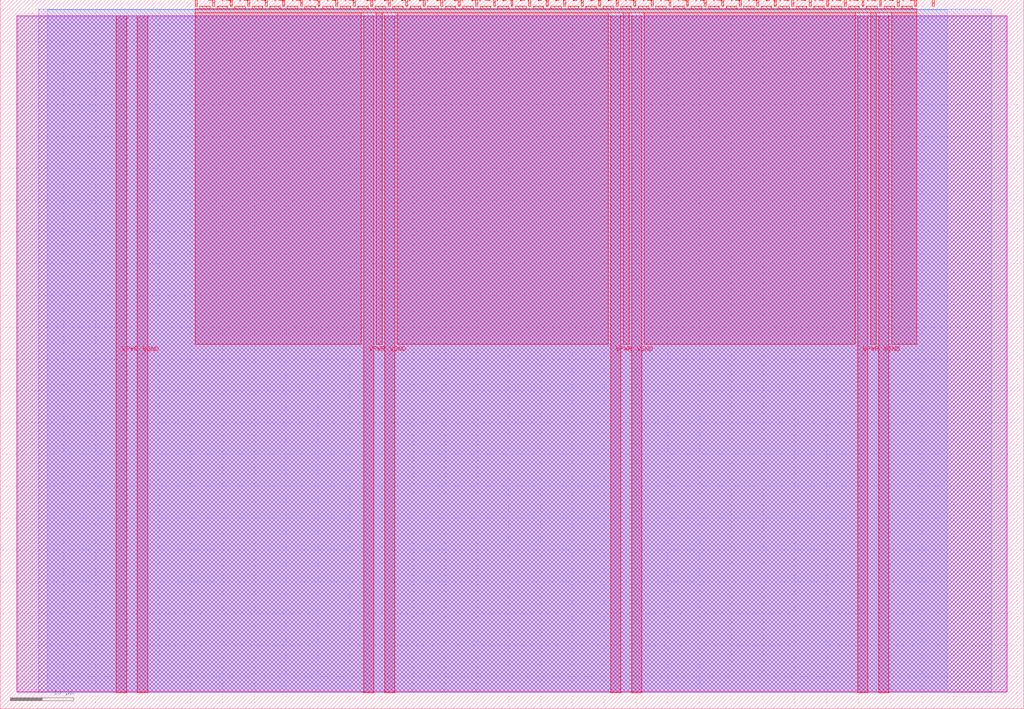
<source format=lef>
VERSION 5.7 ;
  NOWIREEXTENSIONATPIN ON ;
  DIVIDERCHAR "/" ;
  BUSBITCHARS "[]" ;
MACRO tt_um_tinytone
  CLASS BLOCK ;
  FOREIGN tt_um_tinytone ;
  ORIGIN 0.000 0.000 ;
  SIZE 161.000 BY 111.520 ;
  PIN VGND
    DIRECTION INOUT ;
    USE GROUND ;
    PORT
      LAYER met4 ;
        RECT 21.580 2.480 23.180 109.040 ;
    END
    PORT
      LAYER met4 ;
        RECT 60.450 2.480 62.050 109.040 ;
    END
    PORT
      LAYER met4 ;
        RECT 99.320 2.480 100.920 109.040 ;
    END
    PORT
      LAYER met4 ;
        RECT 138.190 2.480 139.790 109.040 ;
    END
  END VGND
  PIN VPWR
    DIRECTION INOUT ;
    USE POWER ;
    PORT
      LAYER met4 ;
        RECT 18.280 2.480 19.880 109.040 ;
    END
    PORT
      LAYER met4 ;
        RECT 57.150 2.480 58.750 109.040 ;
    END
    PORT
      LAYER met4 ;
        RECT 96.020 2.480 97.620 109.040 ;
    END
    PORT
      LAYER met4 ;
        RECT 134.890 2.480 136.490 109.040 ;
    END
  END VPWR
  PIN clk
    DIRECTION INPUT ;
    USE SIGNAL ;
    ANTENNAGATEAREA 0.852000 ;
    PORT
      LAYER met4 ;
        RECT 143.830 110.520 144.130 111.520 ;
    END
  END clk
  PIN ena
    DIRECTION INPUT ;
    USE SIGNAL ;
    PORT
      LAYER met4 ;
        RECT 146.590 110.520 146.890 111.520 ;
    END
  END ena
  PIN rst_n
    DIRECTION INPUT ;
    USE SIGNAL ;
    ANTENNAGATEAREA 0.196500 ;
    PORT
      LAYER met4 ;
        RECT 141.070 110.520 141.370 111.520 ;
    END
  END rst_n
  PIN ui_in[0]
    DIRECTION INPUT ;
    USE SIGNAL ;
    PORT
      LAYER met4 ;
        RECT 138.310 110.520 138.610 111.520 ;
    END
  END ui_in[0]
  PIN ui_in[1]
    DIRECTION INPUT ;
    USE SIGNAL ;
    PORT
      LAYER met4 ;
        RECT 135.550 110.520 135.850 111.520 ;
    END
  END ui_in[1]
  PIN ui_in[2]
    DIRECTION INPUT ;
    USE SIGNAL ;
    PORT
      LAYER met4 ;
        RECT 132.790 110.520 133.090 111.520 ;
    END
  END ui_in[2]
  PIN ui_in[3]
    DIRECTION INPUT ;
    USE SIGNAL ;
    PORT
      LAYER met4 ;
        RECT 130.030 110.520 130.330 111.520 ;
    END
  END ui_in[3]
  PIN ui_in[4]
    DIRECTION INPUT ;
    USE SIGNAL ;
    PORT
      LAYER met4 ;
        RECT 127.270 110.520 127.570 111.520 ;
    END
  END ui_in[4]
  PIN ui_in[5]
    DIRECTION INPUT ;
    USE SIGNAL ;
    PORT
      LAYER met4 ;
        RECT 124.510 110.520 124.810 111.520 ;
    END
  END ui_in[5]
  PIN ui_in[6]
    DIRECTION INPUT ;
    USE SIGNAL ;
    PORT
      LAYER met4 ;
        RECT 121.750 110.520 122.050 111.520 ;
    END
  END ui_in[6]
  PIN ui_in[7]
    DIRECTION INPUT ;
    USE SIGNAL ;
    PORT
      LAYER met4 ;
        RECT 118.990 110.520 119.290 111.520 ;
    END
  END ui_in[7]
  PIN uio_in[0]
    DIRECTION INPUT ;
    USE SIGNAL ;
    PORT
      LAYER met4 ;
        RECT 116.230 110.520 116.530 111.520 ;
    END
  END uio_in[0]
  PIN uio_in[1]
    DIRECTION INPUT ;
    USE SIGNAL ;
    PORT
      LAYER met4 ;
        RECT 113.470 110.520 113.770 111.520 ;
    END
  END uio_in[1]
  PIN uio_in[2]
    DIRECTION INPUT ;
    USE SIGNAL ;
    PORT
      LAYER met4 ;
        RECT 110.710 110.520 111.010 111.520 ;
    END
  END uio_in[2]
  PIN uio_in[3]
    DIRECTION INPUT ;
    USE SIGNAL ;
    PORT
      LAYER met4 ;
        RECT 107.950 110.520 108.250 111.520 ;
    END
  END uio_in[3]
  PIN uio_in[4]
    DIRECTION INPUT ;
    USE SIGNAL ;
    PORT
      LAYER met4 ;
        RECT 105.190 110.520 105.490 111.520 ;
    END
  END uio_in[4]
  PIN uio_in[5]
    DIRECTION INPUT ;
    USE SIGNAL ;
    PORT
      LAYER met4 ;
        RECT 102.430 110.520 102.730 111.520 ;
    END
  END uio_in[5]
  PIN uio_in[6]
    DIRECTION INPUT ;
    USE SIGNAL ;
    PORT
      LAYER met4 ;
        RECT 99.670 110.520 99.970 111.520 ;
    END
  END uio_in[6]
  PIN uio_in[7]
    DIRECTION INPUT ;
    USE SIGNAL ;
    PORT
      LAYER met4 ;
        RECT 96.910 110.520 97.210 111.520 ;
    END
  END uio_in[7]
  PIN uio_oe[0]
    DIRECTION OUTPUT ;
    USE SIGNAL ;
    PORT
      LAYER met4 ;
        RECT 49.990 110.520 50.290 111.520 ;
    END
  END uio_oe[0]
  PIN uio_oe[1]
    DIRECTION OUTPUT ;
    USE SIGNAL ;
    PORT
      LAYER met4 ;
        RECT 47.230 110.520 47.530 111.520 ;
    END
  END uio_oe[1]
  PIN uio_oe[2]
    DIRECTION OUTPUT ;
    USE SIGNAL ;
    PORT
      LAYER met4 ;
        RECT 44.470 110.520 44.770 111.520 ;
    END
  END uio_oe[2]
  PIN uio_oe[3]
    DIRECTION OUTPUT ;
    USE SIGNAL ;
    PORT
      LAYER met4 ;
        RECT 41.710 110.520 42.010 111.520 ;
    END
  END uio_oe[3]
  PIN uio_oe[4]
    DIRECTION OUTPUT ;
    USE SIGNAL ;
    PORT
      LAYER met4 ;
        RECT 38.950 110.520 39.250 111.520 ;
    END
  END uio_oe[4]
  PIN uio_oe[5]
    DIRECTION OUTPUT ;
    USE SIGNAL ;
    PORT
      LAYER met4 ;
        RECT 36.190 110.520 36.490 111.520 ;
    END
  END uio_oe[5]
  PIN uio_oe[6]
    DIRECTION OUTPUT ;
    USE SIGNAL ;
    PORT
      LAYER met4 ;
        RECT 33.430 110.520 33.730 111.520 ;
    END
  END uio_oe[6]
  PIN uio_oe[7]
    DIRECTION OUTPUT ;
    USE SIGNAL ;
    PORT
      LAYER met4 ;
        RECT 30.670 110.520 30.970 111.520 ;
    END
  END uio_oe[7]
  PIN uio_out[0]
    DIRECTION OUTPUT ;
    USE SIGNAL ;
    PORT
      LAYER met4 ;
        RECT 72.070 110.520 72.370 111.520 ;
    END
  END uio_out[0]
  PIN uio_out[1]
    DIRECTION OUTPUT ;
    USE SIGNAL ;
    PORT
      LAYER met4 ;
        RECT 69.310 110.520 69.610 111.520 ;
    END
  END uio_out[1]
  PIN uio_out[2]
    DIRECTION OUTPUT ;
    USE SIGNAL ;
    PORT
      LAYER met4 ;
        RECT 66.550 110.520 66.850 111.520 ;
    END
  END uio_out[2]
  PIN uio_out[3]
    DIRECTION OUTPUT ;
    USE SIGNAL ;
    PORT
      LAYER met4 ;
        RECT 63.790 110.520 64.090 111.520 ;
    END
  END uio_out[3]
  PIN uio_out[4]
    DIRECTION OUTPUT ;
    USE SIGNAL ;
    PORT
      LAYER met4 ;
        RECT 61.030 110.520 61.330 111.520 ;
    END
  END uio_out[4]
  PIN uio_out[5]
    DIRECTION OUTPUT ;
    USE SIGNAL ;
    PORT
      LAYER met4 ;
        RECT 58.270 110.520 58.570 111.520 ;
    END
  END uio_out[5]
  PIN uio_out[6]
    DIRECTION OUTPUT ;
    USE SIGNAL ;
    PORT
      LAYER met4 ;
        RECT 55.510 110.520 55.810 111.520 ;
    END
  END uio_out[6]
  PIN uio_out[7]
    DIRECTION OUTPUT ;
    USE SIGNAL ;
    PORT
      LAYER met4 ;
        RECT 52.750 110.520 53.050 111.520 ;
    END
  END uio_out[7]
  PIN uo_out[0]
    DIRECTION OUTPUT ;
    USE SIGNAL ;
    ANTENNADIFFAREA 0.445500 ;
    PORT
      LAYER met4 ;
        RECT 94.150 110.520 94.450 111.520 ;
    END
  END uo_out[0]
  PIN uo_out[1]
    DIRECTION OUTPUT ;
    USE SIGNAL ;
    PORT
      LAYER met4 ;
        RECT 91.390 110.520 91.690 111.520 ;
    END
  END uo_out[1]
  PIN uo_out[2]
    DIRECTION OUTPUT ;
    USE SIGNAL ;
    PORT
      LAYER met4 ;
        RECT 88.630 110.520 88.930 111.520 ;
    END
  END uo_out[2]
  PIN uo_out[3]
    DIRECTION OUTPUT ;
    USE SIGNAL ;
    PORT
      LAYER met4 ;
        RECT 85.870 110.520 86.170 111.520 ;
    END
  END uo_out[3]
  PIN uo_out[4]
    DIRECTION OUTPUT ;
    USE SIGNAL ;
    PORT
      LAYER met4 ;
        RECT 83.110 110.520 83.410 111.520 ;
    END
  END uo_out[4]
  PIN uo_out[5]
    DIRECTION OUTPUT ;
    USE SIGNAL ;
    PORT
      LAYER met4 ;
        RECT 80.350 110.520 80.650 111.520 ;
    END
  END uo_out[5]
  PIN uo_out[6]
    DIRECTION OUTPUT ;
    USE SIGNAL ;
    PORT
      LAYER met4 ;
        RECT 77.590 110.520 77.890 111.520 ;
    END
  END uo_out[6]
  PIN uo_out[7]
    DIRECTION OUTPUT ;
    USE SIGNAL ;
    PORT
      LAYER met4 ;
        RECT 74.830 110.520 75.130 111.520 ;
    END
  END uo_out[7]
  OBS
      LAYER nwell ;
        RECT 2.570 2.635 158.430 108.990 ;
      LAYER li1 ;
        RECT 2.760 2.635 158.240 108.885 ;
      LAYER met1 ;
        RECT 2.760 2.480 158.240 109.040 ;
      LAYER met2 ;
        RECT 6.080 2.535 155.840 110.005 ;
      LAYER met3 ;
        RECT 7.425 2.555 148.975 109.985 ;
      LAYER met4 ;
        RECT 31.370 110.120 33.030 110.520 ;
        RECT 34.130 110.120 35.790 110.520 ;
        RECT 36.890 110.120 38.550 110.520 ;
        RECT 39.650 110.120 41.310 110.520 ;
        RECT 42.410 110.120 44.070 110.520 ;
        RECT 45.170 110.120 46.830 110.520 ;
        RECT 47.930 110.120 49.590 110.520 ;
        RECT 50.690 110.120 52.350 110.520 ;
        RECT 53.450 110.120 55.110 110.520 ;
        RECT 56.210 110.120 57.870 110.520 ;
        RECT 58.970 110.120 60.630 110.520 ;
        RECT 61.730 110.120 63.390 110.520 ;
        RECT 64.490 110.120 66.150 110.520 ;
        RECT 67.250 110.120 68.910 110.520 ;
        RECT 70.010 110.120 71.670 110.520 ;
        RECT 72.770 110.120 74.430 110.520 ;
        RECT 75.530 110.120 77.190 110.520 ;
        RECT 78.290 110.120 79.950 110.520 ;
        RECT 81.050 110.120 82.710 110.520 ;
        RECT 83.810 110.120 85.470 110.520 ;
        RECT 86.570 110.120 88.230 110.520 ;
        RECT 89.330 110.120 90.990 110.520 ;
        RECT 92.090 110.120 93.750 110.520 ;
        RECT 94.850 110.120 96.510 110.520 ;
        RECT 97.610 110.120 99.270 110.520 ;
        RECT 100.370 110.120 102.030 110.520 ;
        RECT 103.130 110.120 104.790 110.520 ;
        RECT 105.890 110.120 107.550 110.520 ;
        RECT 108.650 110.120 110.310 110.520 ;
        RECT 111.410 110.120 113.070 110.520 ;
        RECT 114.170 110.120 115.830 110.520 ;
        RECT 116.930 110.120 118.590 110.520 ;
        RECT 119.690 110.120 121.350 110.520 ;
        RECT 122.450 110.120 124.110 110.520 ;
        RECT 125.210 110.120 126.870 110.520 ;
        RECT 127.970 110.120 129.630 110.520 ;
        RECT 130.730 110.120 132.390 110.520 ;
        RECT 133.490 110.120 135.150 110.520 ;
        RECT 136.250 110.120 137.910 110.520 ;
        RECT 139.010 110.120 140.670 110.520 ;
        RECT 141.770 110.120 143.430 110.520 ;
        RECT 30.655 109.440 144.145 110.120 ;
        RECT 30.655 57.295 56.750 109.440 ;
        RECT 59.150 57.295 60.050 109.440 ;
        RECT 62.450 57.295 95.620 109.440 ;
        RECT 98.020 57.295 98.920 109.440 ;
        RECT 101.320 57.295 134.490 109.440 ;
        RECT 136.890 57.295 137.790 109.440 ;
        RECT 140.190 57.295 144.145 109.440 ;
  END
END tt_um_tinytone
END LIBRARY


</source>
